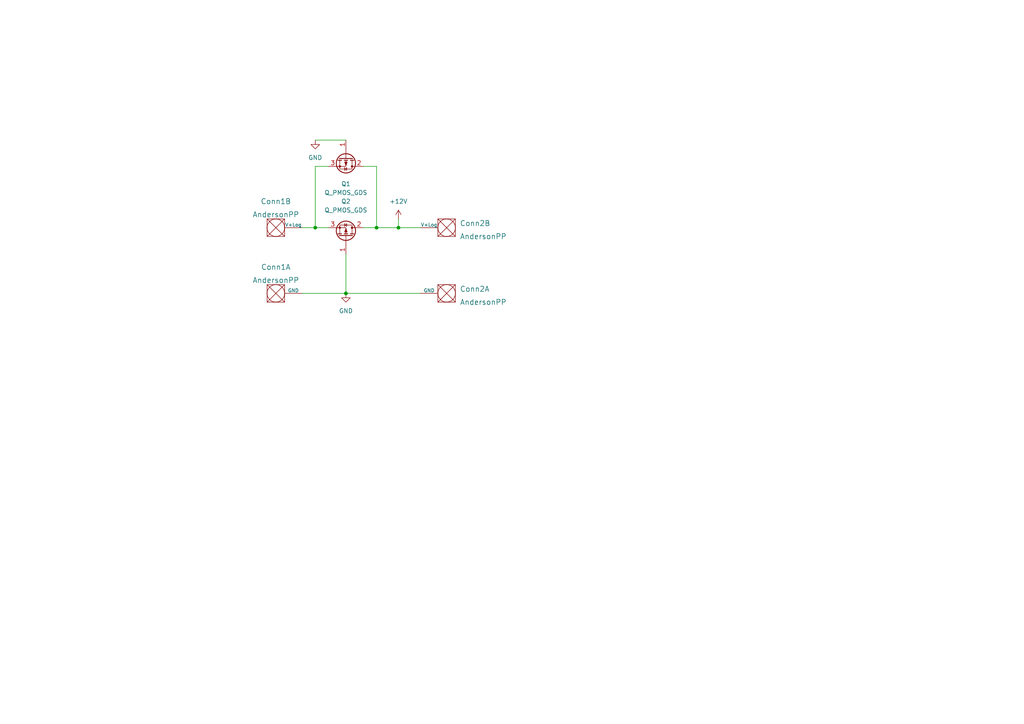
<source format=kicad_sch>
(kicad_sch (version 20211123) (generator eeschema)
  (paper "A4")
  (lib_symbols
    (symbol "Device:Q_PMOS_GDS" (pin_names (offset 0) hide)
      (property "Reference" "Q" (at 5.08 1.27 0))
      (property "Value" "Q_PMOS_GDS" (at 5.08 -1.27 0))
      (symbol "Q_PMOS_GDS_0_1"
        (polyline (pts (xy 0.254 0) (xy -2.54 0)))
        (polyline (pts (xy 0.254 1.905) (xy 0.254 -1.905)) (stroke (width 0.254)))
        (polyline (pts (xy 0.762 -1.27) (xy 0.762 -2.286)) (stroke (width 0.254)))
        (polyline (pts (xy 0.762 0.508) (xy 0.762 -0.508)) (stroke (width 0.254)))
        (polyline (pts (xy 0.762 2.286) (xy 0.762 1.27)) (stroke (width 0.254)))
        (polyline (pts (xy 2.54 2.54) (xy 2.54 1.778)))
        (polyline (pts (xy 2.54 -2.54) (xy 2.54 0) (xy 0.762 0)))
        (polyline (pts (xy 0.762 1.778) (xy 3.302 1.778) (xy 3.302 -1.778) (xy 0.762 -1.778)))
        (polyline (pts (xy 2.286 0) (xy 1.27 0.381) (xy 1.27 -0.381) (xy 2.286 0)) (fill (type outline)))
        (polyline (pts (xy 2.794 -0.508) (xy 2.921 -0.381) (xy 3.683 -0.381) (xy 3.81 -0.254)))
        (polyline (pts (xy 3.302 -0.381) (xy 2.921 0.254) (xy 3.683 0.254) (xy 3.302 -0.381)))
        (circle (center 1.651 0) (radius 2.794) (stroke (width 0.254)))
        (circle (center 2.54 -1.778) (radius 0.254) (fill (type outline)))
        (circle (center 2.54 1.778) (radius 0.254) (fill (type outline)))
      )
      (symbol "Q_PMOS_GDS_1_1"
        (pin input line (at -5.08 0 0) (length 2.54) (name "G") (number "1"))
        (pin passive line (at 2.54 5.08 270) (length 2.54) (name "D") (number "2"))
        (pin passive line (at 2.54 -5.08 90) (length 2.54) (name "S") (number "3"))
      )
    )
    (symbol "MRDT_Connectors:AndersonPP" (pin_numbers hide) (pin_names (offset 0))
      (property "Reference" "Conn" (at 3.81 -1.27 0))
      (property "Value" "AndersonPP" (at 2.54 6.35 0))
      (symbol "AndersonPP_0_1"
        (polyline (pts (xy 0 5.08) (xy 5.08 0)))
        (polyline (pts (xy 5.08 5.08) (xy 0 0)))
        (rectangle (start 0 0) (end 5.08 5.08))
        (circle (center 2.54 2.54) (radius 2.54))
      )
      (symbol "AndersonPP_1_1"
        (pin input line (at 10.16 2.54 180) (length 5.08) (name "GND") (number "1"))
      )
      (symbol "AndersonPP_2_1"
        (pin input line (at 10.16 2.54 180) (length 5.08) (name "V+Log") (number "2"))
      )
      (symbol "AndersonPP_3_1"
        (pin input line (at 10.16 2.54 180) (length 5.08) (name "V+Act") (number "3"))
      )
      (symbol "AndersonPP_4_1"
        (pin input line (at 10.16 2.54 180) (length 5.08) (name "PV+") (number "4"))
      )
      (symbol "AndersonPP_5_1"
        (pin input line (at 10.16 2.54 180) (length 5.08) (name "~") (number "1"))
      )
    )
    (symbol "power:+12V" (power) (pin_names (offset 0))
      (property "Value" "+12V" (at 0 3.556 0))
      (symbol "+12V_0_1"
        (polyline (pts (xy -0.762 1.27) (xy 0 2.54)))
        (polyline (pts (xy 0 0) (xy 0 2.54)))
        (polyline (pts (xy 0 2.54) (xy 0.762 1.27)))
      )
      (symbol "+12V_1_1"
        (pin power_in line (at 0 0 90) (length 0) hide (name "+12V") (number "1"))
      )
    )
    (symbol "power:GND" (power) (pin_names (offset 0))
      (property "Value" "GND" (at 0 -3.81 0))
      (symbol "GND_0_1"
        (polyline (pts (xy 0 0) (xy 0 -1.27) (xy 1.27 -1.27) (xy 0 -2.54) (xy -1.27 -1.27) (xy 0 -1.27)))
      )
      (symbol "GND_1_1"
        (pin power_in line (at 0 0 270) (length 0) hide (name "GND") (number "1"))
      )
    )
  )
  (junction (at 115.57 66.04))
  (junction (at 109.22 66.04))
  (junction (at 100.33 85.09))
  (junction (at 91.44 66.04))
  (wire (pts (xy 91.44 40.64) (xy 100.33 40.64)))
  (wire (pts (xy 95.25 48.26) (xy 91.44 48.26)))
  (wire (pts (xy 91.44 48.26) (xy 91.44 66.04)))
  (wire (pts (xy 87.63 66.04) (xy 91.44 66.04)))
  (wire (pts (xy 91.44 66.04) (xy 95.25 66.04)))
  (wire (pts (xy 100.33 73.66) (xy 100.33 85.09)))
  (wire (pts (xy 115.57 63.5) (xy 115.57 66.04)))
  (wire (pts (xy 100.33 85.09) (xy 121.92 85.09)))
  (wire (pts (xy 109.22 48.26) (xy 105.41 48.26)))
  (wire (pts (xy 109.22 66.04) (xy 115.57 66.04)))
  (wire (pts (xy 87.63 85.09) (xy 100.33 85.09)))
  (wire (pts (xy 115.57 66.04) (xy 121.92 66.04)))
  (wire (pts (xy 105.41 66.04) (xy 109.22 66.04)))
  (wire (pts (xy 109.22 66.04) (xy 109.22 48.26)))
  (symbol (lib_id "MRDT_Connectors:AndersonPP") (at 132.08 63.5 180) (unit 2)
    (property "Reference" "Conn2" (at 133.35 64.77 0) (effects (font (size 1.524 1.524)) (justify right)))
    (property "Value" "AndersonPP" (at 133.35 68.58 0) (effects (font (size 1.524 1.524)) (justify right)))
    (property "Footprint" "MRDT_Connectors:Square_Anderson_2_V_Side_By_Side" (effects hide))
  )
  (symbol (lib_id "power:GND") (at 100.33 85.09 0) (unit 1)
    (property "Reference" "#PWR0101" (effects hide))
    (property "Value" "GND" (at 100.33 90.17 0))
  )
  (symbol (lib_id "MRDT_Connectors:AndersonPP") (at 132.08 82.55 180) (unit 1)
    (property "Reference" "Conn2" (at 133.35 83.82 0) (effects (font (size 1.524 1.524)) (justify right)))
    (property "Value" "AndersonPP" (at 133.35 87.63 0) (effects (font (size 1.524 1.524)) (justify right)))
    (property "Footprint" "MRDT_Connectors:Square_Anderson_2_V_Side_By_Side" (effects hide))
  )
  (symbol (lib_id "power:GND") (at 91.44 40.64 0) (unit 1)
    (property "Reference" "#PWR01" (effects hide))
    (property "Value" "GND" (at 91.44 45.72 0))
  )
  (symbol (lib_id "MRDT_Connectors:AndersonPP") (at 77.47 68.58 0) (unit 2)
    (property "Reference" "Conn1" (at 80.01 58.42 0) (effects (font (size 1.524 1.524))))
    (property "Value" "AndersonPP" (at 80.01 62.23 0) (effects (font (size 1.524 1.524))))
    (property "Footprint" "MRDT_Connectors:Square_Anderson_2_V_Side_By_Side" (effects hide))
  )
  (symbol (lib_id "MRDT_Connectors:AndersonPP") (at 77.47 87.63 0) (unit 1)
    (property "Reference" "Conn1" (at 80.01 77.47 0) (effects (font (size 1.524 1.524))))
    (property "Value" "AndersonPP" (at 80.01 81.28 0) (effects (font (size 1.524 1.524))))
    (property "Footprint" "MRDT_Connectors:Square_Anderson_2_V_Side_By_Side" (effects hide))
  )
  (symbol (lib_id "power:+12V") (at 115.57 63.5 0) (unit 1)
    (property "Reference" "#PWR02" (effects hide))
    (property "Value" "+12V" (at 115.57 58.42 0))
  )
  (symbol (lib_id "Device:Q_PMOS_GDS") (at 100.33 45.72 270) (unit 1)
    (property "Reference" "Q1" (at 100.33 53.34 90))
    (property "Value" "Q_PMOS_GDS" (at 100.33 55.88 90))
    (property "Footprint" "Package_TO_SOT_SMD:TO-252-3_TabPin2" (effects hide))
  )
  (symbol (lib_id "Device:Q_PMOS_GDS") (at 100.33 68.58 270) (mirror x) (unit 1)
    (property "Reference" "Q2" (at 100.33 58.42 90))
    (property "Value" "Q_PMOS_GDS" (at 100.33 60.96 90))
    (property "Footprint" "Package_TO_SOT_SMD:TO-252-3_TabPin2" (effects hide))
  )
)
</source>
